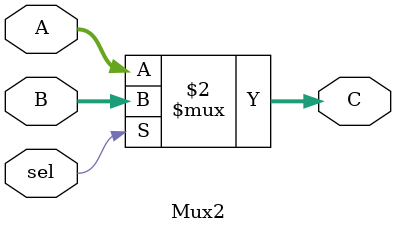
<source format=sv>
module Mux2(
    input  logic [31:0] A, B, 
    input  logic        sel,
    output logic [31:0] C
);
    always_comb begin
        C = (sel) ? B : A;
    end
endmodule
</source>
